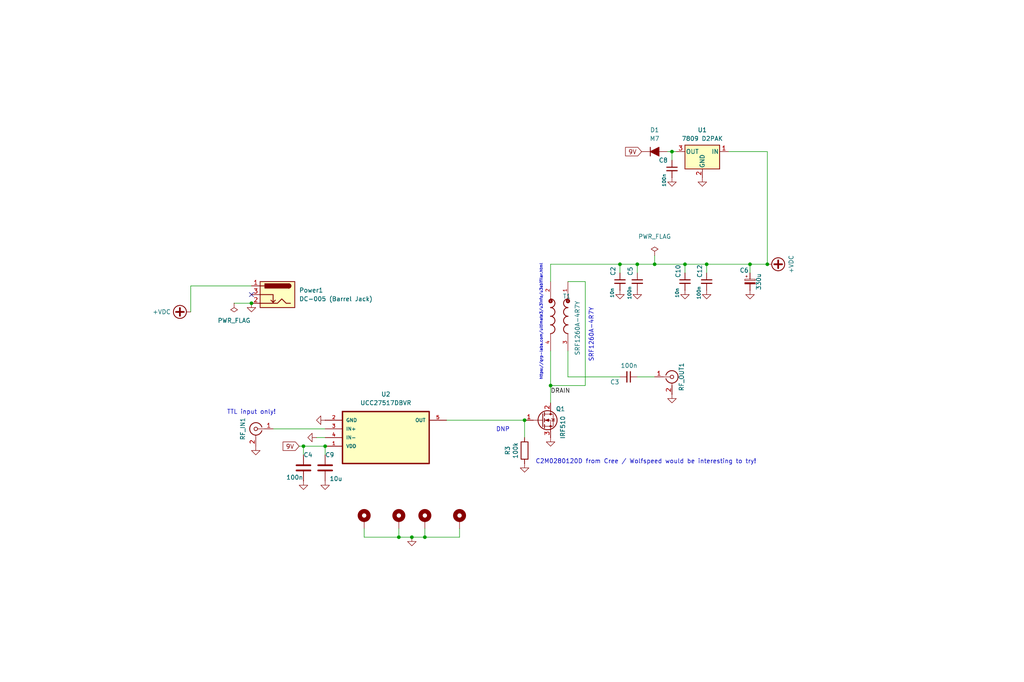
<source format=kicad_sch>
(kicad_sch (version 20240716) (generator "eeschema") (generator_version "8.99")
  (paper "User" 299.999 200)
  (title_block (title "IRFP-TO-247-Single-Ended Hack Amp (SMD)") (date "2024-07-09") (rev "v5.01") (company "Author: Dhiru Kholia (VU3CER), Rafał Rozestwiński, Brad (K1TE)"))
  (lib_symbols
    (symbol "Conn_Coaxial_1" (pin_names (offset 1.016) hide)
      (property "Reference" "J" (at 0.254 3.048 0))
      (property "Value" "Conn_Coaxial" (at 2.921 0 90))
      (symbol "Conn_Coaxial_1_0_1"
        (polyline (pts (xy -2.54 0) (xy -0.508 0)))
        (arc (start 1.778 0) (mid 0.222 -1.8079) (end -1.778 -0.508) (stroke (width 0.254)))
        (arc (start -1.778 0.508) (mid 0.2221 1.8084) (end 1.778 0) (stroke (width 0.254)))
        (circle (center 0 0) (radius 0.508) (stroke (width 0.2032)))
        (polyline (pts (xy 0 -2.54) (xy 0 -1.778)))
      )
      (symbol "Conn_Coaxial_1_1_1"
        (pin passive line (at -5.08 0 0) (length 2.54) (name "In") (number "1"))
        (pin passive line (at 0 -5.08 90) (length 2.54) (name "Ext") (number "2"))
      )
    )
    (symbol "Connector:Barrel_Jack_Switch" (pin_names hide)
      (property "Reference" "J" (at 0 5.334 0))
      (property "Value" "Barrel_Jack_Switch" (at 0 -5.08 0))
      (symbol "Barrel_Jack_Switch_0_1"
        (rectangle (start -5.08 3.81) (end 5.08 -3.81) (stroke (width 0.254)) (fill (type background)))
        (polyline (pts (xy -3.81 -2.54) (xy -2.54 -2.54) (xy -1.27 -1.27) (xy 0 -2.54) (xy 2.54 -2.54) (xy 5.08 -2.54)) (stroke (width 0.254)))
        (arc (start -3.302 1.905) (mid -3.9343 2.54) (end -3.302 3.175) (stroke (width 0.254)))
        (arc (start -3.302 1.905) (mid -3.9343 2.54) (end -3.302 3.175) (stroke (width 0.254)) (fill (type outline)))
        (polyline (pts (xy 1.27 -2.286) (xy 1.905 -1.651)) (stroke (width 0.254)))
        (rectangle (start 3.683 3.175) (end -3.302 1.905) (stroke (width 0.254)) (fill (type outline)))
        (polyline (pts (xy 5.08 2.54) (xy 3.81 2.54)) (stroke (width 0.254)))
        (polyline (pts (xy 5.08 0) (xy 1.27 0) (xy 1.27 -2.286) (xy 0.635 -1.651)) (stroke (width 0.254)))
      )
      (symbol "Barrel_Jack_Switch_1_1"
        (pin passive line (at 7.62 2.54 180) (length 2.54) (name "~") (number "1"))
        (pin passive line (at 7.62 0 180) (length 2.54) (name "~") (number "3"))
        (pin passive line (at 7.62 -2.54 180) (length 2.54) (name "~") (number "2"))
      )
    )
    (symbol "Connector:Conn_Coaxial" (pin_names (offset 1.016) hide)
      (property "Reference" "J" (at 0.254 3.048 0))
      (property "Value" "Conn_Coaxial" (at 2.921 0 90))
      (symbol "Conn_Coaxial_0_1"
        (polyline (pts (xy -2.54 0) (xy -0.508 0)))
        (arc (start 1.778 0) (mid 0.222 -1.8079) (end -1.778 -0.508) (stroke (width 0.254)))
        (arc (start -1.778 0.508) (mid 0.2221 1.8084) (end 1.778 0) (stroke (width 0.254)))
        (circle (center 0 0) (radius 0.508) (stroke (width 0.2032)))
        (polyline (pts (xy 0 -2.54) (xy 0 -1.778)))
      )
      (symbol "Conn_Coaxial_1_1"
        (pin passive line (at -5.08 0 0) (length 2.54) (name "In") (number "1"))
        (pin passive line (at 0 -5.08 90) (length 2.54) (name "Ext") (number "2"))
      )
    )
    (symbol "Device:C" (pin_numbers hide) (pin_names (offset 0.254))
      (property "Reference" "C" (at 0.635 2.54 0))
      (property "Value" "C" (at 0.635 -2.54 0))
      (symbol "C_0_1"
        (polyline (pts (xy -2.032 0.762) (xy 2.032 0.762)) (stroke (width 0.508)))
        (polyline (pts (xy -2.032 -0.762) (xy 2.032 -0.762)) (stroke (width 0.508)))
      )
      (symbol "C_1_1"
        (pin passive line (at 0 3.81 270) (length 2.794) (name "~") (number "1"))
        (pin passive line (at 0 -3.81 90) (length 2.794) (name "~") (number "2"))
      )
    )
    (symbol "Device:C_Polarized_Small" (pin_numbers hide) (pin_names (offset 0.254) hide)
      (property "Reference" "C" (at 0.254 1.778 0))
      (property "Value" "C_Polarized_Small" (at 0.254 -2.032 0))
      (symbol "C_Polarized_Small_0_1"
        (rectangle (start -1.524 0.6858) (end 1.524 0.3048))
        (rectangle (start -1.524 -0.3048) (end 1.524 -0.6858) (fill (type outline)))
        (polyline (pts (xy -1.27 1.524) (xy -0.762 1.524)))
        (polyline (pts (xy -1.016 1.27) (xy -1.016 1.778)))
      )
      (symbol "C_Polarized_Small_1_1"
        (pin passive line (at 0 2.54 270) (length 1.8542) (name "~") (number "1"))
        (pin passive line (at 0 -2.54 90) (length 1.8542) (name "~") (number "2"))
      )
    )
    (symbol "Device:C_Small" (pin_numbers hide) (pin_names (offset 0.254) hide)
      (property "Reference" "C" (at 0.254 1.778 0))
      (property "Value" "C_Small" (at 0.254 -2.032 0))
      (symbol "C_Small_0_1"
        (polyline (pts (xy -1.524 0.508) (xy 1.524 0.508)) (stroke (width 0.3048)))
        (polyline (pts (xy -1.524 -0.508) (xy 1.524 -0.508)) (stroke (width 0.3302)))
      )
      (symbol "C_Small_1_1"
        (pin passive line (at 0 2.54 270) (length 2.032) (name "~") (number "1"))
        (pin passive line (at 0 -2.54 90) (length 2.032) (name "~") (number "2"))
      )
    )
    (symbol "Device:R" (pin_numbers hide) (pin_names (offset 0))
      (property "Reference" "R" (at 2.032 0 90))
      (property "Value" "R" (at 0 0 90))
      (symbol "R_0_1"
        (rectangle (start -1.016 -2.54) (end 1.016 2.54) (stroke (width 0.254)))
      )
      (symbol "R_1_1"
        (pin passive line (at 0 3.81 270) (length 1.27) (name "~") (number "1"))
        (pin passive line (at 0 -3.81 90) (length 1.27) (name "~") (number "2"))
      )
    )
    (symbol "Mechanical:MountingHole_Pad" (pin_numbers hide) (pin_names (offset 1.016) hide)
      (property "Reference" "H" (at 0 6.35 0))
      (property "Value" "MountingHole_Pad" (at 0 4.445 0))
      (symbol "MountingHole_Pad_0_1"
        (circle (center 0 1.27) (radius 1.27) (stroke (width 1.27)))
      )
      (symbol "MountingHole_Pad_1_1"
        (pin input line (at 0 -2.54 90) (length 2.54) (name "1") (number "1"))
      )
    )
    (symbol "PCM_Diode_AKL:M7" (pin_numbers hide) (pin_names (offset 1.016) hide)
      (property "Reference" "D" (at 0 5.08 0))
      (property "Value" "M7" (at 0 2.54 0))
      (symbol "M7_0_1"
        (polyline (pts (xy -1.27 1.27) (xy -1.27 -1.27) (xy 1.27 0) (xy -1.27 1.27)) (stroke (width 0.254)) (fill (type outline)))
        (polyline (pts (xy -1.27 0) (xy 1.27 0)))
        (polyline (pts (xy 1.27 1.27) (xy 1.27 -1.27)) (stroke (width 0.254)))
      )
      (symbol "M7_1_1"
        (pin passive line (at -3.81 0 0) (length 2.54) (name "A") (number "2"))
        (pin passive line (at 3.81 0 180) (length 2.54) (name "K") (number "1"))
      )
    )
    (symbol "Regulator_Linear:L7812" (pin_names (offset 0.254))
      (property "Reference" "U" (at -3.81 3.175 0))
      (property "Value" "L7812" (at 0 3.175 0))
      (symbol "L7812_0_1"
        (rectangle (start -5.08 1.905) (end 5.08 -5.08) (stroke (width 0.254)) (fill (type background)))
      )
      (symbol "L7812_1_1"
        (pin power_in line (at -7.62 0 0) (length 2.54) (name "IN") (number "1"))
        (pin power_in line (at 0 -7.62 90) (length 2.54) (name "GND") (number "2"))
        (pin power_out line (at 7.62 0 180) (length 2.54) (name "OUT") (number "3"))
      )
    )
    (symbol "SRF1260A-4R7Y:SRF1260A-4R7Y" (pin_names (offset 1.016))
      (property "Reference" "L" (at -7.631 5.0873 0))
      (property "Value" "SRF1260A-4R7Y" (at -7.6349 -7.6349 0))
      (symbol "SRF1260A-4R7Y_0_0"
        (circle (center -4.445 2.54) (radius 0.127) (stroke (width 0.508)))
        (circle (center -4.445 -2.54) (radius 0.127) (stroke (width 0.508)))
        (arc (start -2.54 2.54) (mid -3.81 1.2755) (end -5.08 2.54) (stroke (width 0.254)))
        (arc (start -5.08 -2.54) (mid -3.81 -1.2755) (end -2.54 -2.54) (stroke (width 0.254)))
        (arc (start 0 2.54) (mid -1.27 1.2755) (end -2.54 2.54) (stroke (width 0.254)))
        (arc (start -2.54 -2.54) (mid -1.27 -1.2755) (end 0 -2.54) (stroke (width 0.254)))
        (arc (start 2.54 2.54) (mid 1.27 1.2755) (end 0 2.54) (stroke (width 0.254)))
        (arc (start 0 -2.54) (mid 1.27 -1.2755) (end 2.54 -2.54) (stroke (width 0.254)))
        (arc (start 5.08 2.54) (mid 3.81 1.2755) (end 2.54 2.54) (stroke (width 0.254)))
        (arc (start 2.54 -2.54) (mid 3.81 -1.2755) (end 5.08 -2.54) (stroke (width 0.254)))
        (pin passive line (at -10.16 2.54 0) (length 5.08) (name "~") (number "1"))
        (pin passive line (at -10.16 -2.54 0) (length 5.08) (name "~") (number "2"))
        (pin passive line (at 10.16 2.54 180) (length 5.08) (name "~") (number "3"))
        (pin passive line (at 10.16 -2.54 180) (length 5.08) (name "~") (number "4"))
      )
    )
    (symbol "Transistor_FET:IRF540N" (pin_names hide)
      (property "Reference" "Q" (at 5.08 1.905 0))
      (property "Value" "IRF540N" (at 5.08 0 0))
      (symbol "IRF540N_0_1"
        (polyline (pts (xy 0.254 1.905) (xy 0.254 -1.905)) (stroke (width 0.254)))
        (polyline (pts (xy 0.254 0) (xy -2.54 0)))
        (polyline (pts (xy 0.762 2.286) (xy 0.762 1.27)) (stroke (width 0.254)))
        (polyline (pts (xy 0.762 0.508) (xy 0.762 -0.508)) (stroke (width 0.254)))
        (polyline (pts (xy 0.762 -1.27) (xy 0.762 -2.286)) (stroke (width 0.254)))
        (polyline (pts (xy 0.762 -1.778) (xy 3.302 -1.778) (xy 3.302 1.778) (xy 0.762 1.778)))
        (polyline (pts (xy 1.016 0) (xy 2.032 0.381) (xy 2.032 -0.381) (xy 1.016 0)) (fill (type outline)))
        (circle (center 1.651 0) (radius 2.794) (stroke (width 0.254)))
        (polyline (pts (xy 2.54 2.54) (xy 2.54 1.778)))
        (circle (center 2.54 1.778) (radius 0.254) (fill (type outline)))
        (circle (center 2.54 -1.778) (radius 0.254) (fill (type outline)))
        (polyline (pts (xy 2.54 -2.54) (xy 2.54 0) (xy 0.762 0)))
        (polyline (pts (xy 2.794 0.508) (xy 2.921 0.381) (xy 3.683 0.381) (xy 3.81 0.254)))
        (polyline (pts (xy 3.302 0.381) (xy 2.921 -0.254) (xy 3.683 -0.254) (xy 3.302 0.381)))
      )
      (symbol "IRF540N_1_1"
        (pin input line (at -5.08 0 0) (length 2.54) (name "G") (number "1"))
        (pin passive line (at 2.54 5.08 270) (length 2.54) (name "D") (number "2"))
        (pin passive line (at 2.54 -5.08 90) (length 2.54) (name "S") (number "3"))
      )
    )
    (symbol "UCC27517DBVR:UCC27517DBVR" (pin_names (offset 1.016))
      (property "Reference" "U" (at -12.7 8.62 0))
      (property "Value" "UCC27517DBVR" (at -12.7 -11.62 0))
      (symbol "UCC27517DBVR_0_0"
        (rectangle (start -12.7 -7.62) (end 12.7 7.62) (stroke (width 0.41)) (fill (type background)))
        (pin input line (at -17.78 5.08 0) (length 5.08) (name "GND") (number "2"))
        (pin input line (at -17.78 2.54 0) (length 5.08) (name "IN+") (number "3"))
        (pin input line (at -17.78 0 0) (length 5.08) (name "IN-") (number "4"))
        (pin input line (at -17.78 -2.54 0) (length 5.08) (name "VDD") (number "1"))
        (pin output line (at 17.78 5.08 180) (length 5.08) (name "OUT") (number "5"))
      )
    )
    (symbol "power:+VDC" (power) (pin_numbers hide) (pin_names (offset 0) hide)
      (property "Value" "+VDC" (at 0 6.35 0))
      (symbol "+VDC_0_1"
        (polyline (pts (xy -1.143 3.175) (xy 1.143 3.175)) (stroke (width 0.508)))
        (circle (center 0 3.175) (radius 1.905) (stroke (width 0.254)))
        (polyline (pts (xy 0 2.032) (xy 0 4.318)) (stroke (width 0.508)))
        (polyline (pts (xy 0 0) (xy 0 1.27)))
      )
      (symbol "+VDC_1_1"
        (pin power_in line (at 0 0 90) (length 0) (name "~") (number "1"))
      )
    )
    (symbol "power:GND" (power) (pin_numbers hide) (pin_names (offset 0) hide)
      (property "Value" "GND" (at 0 -3.81 0))
      (symbol "GND_0_1"
        (polyline (pts (xy 0 0) (xy 0 -1.27) (xy 1.27 -1.27) (xy 0 -2.54) (xy -1.27 -1.27) (xy 0 -1.27)))
      )
      (symbol "GND_1_1"
        (pin power_in line (at 0 0 270) (length 0) (name "~") (number "1"))
      )
    )
    (symbol "power:PWR_FLAG" (power) (pin_numbers hide) (pin_names (offset 0) hide)
      (property "Value" "PWR_FLAG" (at 0 3.81 0))
      (symbol "PWR_FLAG_0_0"
        (pin power_out line (at 0 0 90) (length 0) (name "~") (number "1"))
      )
      (symbol "PWR_FLAG_0_1"
        (polyline (pts (xy 0 0) (xy 0 1.27) (xy -1.016 1.905) (xy 0 2.54) (xy 1.016 1.905) (xy 0 1.27)))
      )
    )
  )
  (text "DNP" (at 147.32 125.984 0) (effects (font (size 1.27 1.27))))
  (text "https://qrp-labs.com/ultimate3/u3info/u3sbifilar.html" (at 159.004 111.506 90) (effects (font (size 0.8 0.8)) (justify left bottom)))
  (text "SRF1260A-4R7Y" (at 173.99 106.172 90) (effects (font (size 1.27 1.27)) (justify left bottom)))
  (text "TTL input only!" (at 73.66 120.904 0) (effects (font (size 1.27 1.27))))
  (text "C2M0280120D from Cree / Wolfspeed would be interesting to try!" (at 189.23 135.382 0) (effects (font (size 1.27 1.27))))
  (junction (at 200.66 77.47))
  (junction (at 73.66 88.9))
  (junction (at 186.69 77.47))
  (junction (at 116.84 157.48))
  (junction (at 124.46 157.48))
  (junction (at 88.9 130.81))
  (junction (at 181.61 77.47))
  (junction (at 95.25 130.81))
  (junction (at 161.29 113.03))
  (junction (at 219.71 77.47))
  (junction (at 120.65 157.48))
  (junction (at 191.77 77.47))
  (junction (at 207.01 77.47))
  (junction (at 196.85 44.45))
  (junction (at 153.67 123.19))
  (junction (at 224.79 77.47))
  (no_connect (at 73.66 86.36))
  (wire (pts (xy 186.69 77.47) (xy 191.77 77.47)))
  (wire (pts (xy 134.62 157.48) (xy 134.62 154.94)))
  (wire (pts (xy 166.37 102.87) (xy 166.37 110.49)))
  (wire (pts (xy 153.67 128.27) (xy 153.67 123.19)))
  (wire (pts (xy 181.61 77.47) (xy 186.69 77.47)))
  (wire (pts (xy 55.88 83.82) (xy 55.88 91.44)))
  (wire (pts (xy 55.88 83.82) (xy 73.66 83.82)))
  (wire (pts (xy 186.69 110.49) (xy 191.77 110.49)))
  (wire (pts (xy 200.66 77.47) (xy 200.66 80.01)))
  (wire (pts (xy 80.01 125.73) (xy 95.25 125.73)))
  (wire (pts (xy 106.68 157.48) (xy 116.84 157.48)))
  (wire (pts (xy 219.71 77.47) (xy 219.71 80.01)))
  (wire (pts (xy 191.77 77.47) (xy 200.66 77.47)))
  (wire (pts (xy 224.79 44.45) (xy 224.79 77.47)))
  (wire (pts (xy 186.69 77.47) (xy 186.69 80.01)))
  (wire (pts (xy 130.81 123.19) (xy 153.67 123.19)))
  (wire (pts (xy 166.37 110.49) (xy 181.61 110.49)))
  (wire (pts (xy 116.84 154.94) (xy 116.84 157.48)))
  (wire (pts (xy 207.01 77.47) (xy 219.71 77.47)))
  (wire (pts (xy 166.37 82.55) (xy 171.45 82.55)))
  (wire (pts (xy 196.85 44.45) (xy 198.12 44.45)))
  (wire (pts (xy 161.29 102.87) (xy 161.29 113.03)))
  (wire (pts (xy 88.9 130.81) (xy 88.9 133.35)))
  (wire (pts (xy 106.68 154.94) (xy 106.68 157.48)))
  (wire (pts (xy 161.29 113.03) (xy 171.45 113.03)))
  (wire (pts (xy 207.01 77.47) (xy 207.01 80.01)))
  (wire (pts (xy 161.29 113.03) (xy 161.29 118.11)))
  (wire (pts (xy 68.58 88.9) (xy 73.66 88.9)))
  (wire (pts (xy 196.85 44.45) (xy 196.85 46.99)))
  (wire (pts (xy 87.63 130.81) (xy 88.9 130.81)))
  (wire (pts (xy 88.9 130.81) (xy 95.25 130.81)))
  (wire (pts (xy 120.65 157.48) (xy 124.46 157.48)))
  (wire (pts (xy 124.46 157.48) (xy 134.62 157.48)))
  (wire (pts (xy 191.77 74.93) (xy 191.77 77.47)))
  (wire (pts (xy 95.25 130.81) (xy 95.25 133.35)))
  (wire (pts (xy 161.29 77.47) (xy 181.61 77.47)))
  (wire (pts (xy 92.71 128.27) (xy 95.25 128.27)))
  (wire (pts (xy 181.61 77.47) (xy 181.61 80.01)))
  (wire (pts (xy 219.71 77.47) (xy 224.79 77.47)))
  (wire (pts (xy 116.84 157.48) (xy 120.65 157.48)))
  (wire (pts (xy 195.58 44.45) (xy 196.85 44.45)))
  (wire (pts (xy 200.66 77.47) (xy 207.01 77.47)))
  (wire (pts (xy 161.29 82.55) (xy 161.29 77.47)))
  (wire (pts (xy 171.45 82.55) (xy 171.45 113.03)))
  (wire (pts (xy 213.36 44.45) (xy 224.79 44.45)))
  (wire (pts (xy 124.46 154.94) (xy 124.46 157.48)))
  (label "DRAIN" (at 161.29 115.57 0))
  (global_label "9V" (shape input) (at 87.63 130.81 180) (property "Intersheetrefs" "${INTERSHEET_REFS}" (effects (hide yes))))
  (global_label "9V" (shape input) (at 187.96 44.45 180) (property "Intersheetrefs" "${INTERSHEET_REFS}" (effects (hide yes))))
  (symbol (lib_id "power:+VDC") (at 55.88 91.44 90) (unit 1)
    (property "Reference" "#PWR0110" (effects (hide yes)))
    (property "Value" "+VDC" (at 50.0634 91.44 90) (effects (justify left)))
    (property "Description" "Power symbol creates a global label with name \"+VDC\"" (effects (hide yes)))
  )
  (symbol (lib_id "power:GND") (at 186.69 85.09 0) (unit 1)
    (property "Reference" "#PWR012" (effects (hide yes)))
    (property "Value" "GND" (effects (hide yes)))
  )
  (symbol (lib_id "Device:C") (at 88.9 137.16 0) (unit 1)
    (property "Reference" "C4" (at 88.9 133.35 0) (effects (justify left)))
    (property "Value" "100n" (at 83.82 139.954 0) (effects (justify left)))
    (property "Footprint" "Capacitor_SMD:C_1206_3216Metric_Pad1.33x1.80mm_HandSolder" (effects (hide yes)))
    (property "LCSC Part" "C110255" (effects (hide yes)))
  )
  (symbol (lib_id "power:GND") (at 181.61 85.09 0) (unit 1)
    (property "Reference" "#PWR05" (effects (hide yes)))
    (property "Value" "GND" (effects (hide yes)))
  )
  (symbol (lib_id "power:+VDC") (at 224.79 77.47 270) (unit 1)
    (property "Reference" "#PWR018" (effects (hide yes)))
    (property "Value" "+VDC" (at 231.775 77.47 0))
    (property "Description" "Power symbol creates a global label with name \"+VDC\"" (effects (hide yes)))
  )
  (symbol (lib_id "Device:C_Small") (at 181.61 82.55 0) (unit 1)
    (property "Reference" "C2" (at 179.578 79.502 90))
    (property "Value" "10n" (at 179.324 85.852 90) (effects (font (size 0.9906 0.9906))))
    (property "Footprint" "Capacitor_SMD:C_1206_3216Metric_Pad1.33x1.80mm_HandSolder" (effects (hide yes)))
    (property "LCSC Part" "C24783" (effects (hide yes)))
  )
  (symbol (lib_id "Transistor_FET:IRF540N") (at 158.75 123.19 0) (unit 1)
    (property "Reference" "Q1" (at 162.814 119.888 0) (effects (justify left)))
    (property "Value" "IRF510" (at 164.8714 128.7018 90) (effects (justify left)))
    (property "Footprint" "footprints:TO-247-3_Horizontal_TabDown_Modded" (effects (hide yes)))
    (property "Datasheet" "http://www.irf.com/product-info/datasheets/data/irf540n.pdf" (effects (hide yes)))
    (property "Description" "33A Id, 100V Vds, HEXFET N-Channel MOSFET, TO-220" (effects (hide yes)))
  )
  (symbol (lib_id "power:GND") (at 207.01 85.09 0) (unit 1)
    (property "Reference" "#PWR017" (effects (hide yes)))
    (property "Value" "GND" (effects (hide yes)))
  )
  (symbol (lib_id "power:GND") (at 88.9 140.97 0) (unit 1)
    (property "Reference" "#PWR03" (effects (hide yes)))
    (property "Value" "GND" (effects (hide yes)))
    (property "Description" "Power symbol creates a global label with name \"GND\" , ground" (effects (hide yes)))
  )
  (symbol (lib_id "power:GND") (at 196.85 52.07 0) (unit 1)
    (property "Reference" "#PWR07" (effects (hide yes)))
    (property "Value" "GND" (effects (hide yes)))
    (property "Description" "Power symbol creates a global label with name \"GND\" , ground" (effects (hide yes)))
  )
  (symbol (lib_id "Regulator_Linear:L7812") (at 205.74 44.45 0) (mirror y) (unit 1)
    (property "Reference" "U1" (at 205.74 38.1 0))
    (property "Value" "7809 D2PAK" (at 205.74 40.64 0))
    (property "Footprint" "footprints:TO-263-2-bigger" (effects (hide yes)))
    (property "Datasheet" "http://www.st.com/content/ccc/resource/technical/document/datasheet/41/4f/b3/b0/12/d4/47/88/CD00000444.pdf/files/CD00000444.pdf/jcr:content/translations/en.CD00000444.pdf" (effects (hide yes)))
    (property "Description" "Positive 1.5A 35V Linear Regulator, Fixed Output 12V, TO-220/TO-263/TO-252" (effects (hide yes)))
    (property "LCSC Part" "C54614" (effects (hide yes)))
  )
  (symbol (lib_id "UCC27517DBVR:UCC27517DBVR") (at 113.03 128.27 0) (unit 1)
    (property "Reference" "U2" (at 113.03 115.57 0))
    (property "Value" "UCC27517DBVR" (at 113.03 118.11 0))
    (property "Footprint" "Package_TO_SOT_SMD:TSOT-23-5_HandSoldering" (effects (hide yes)))
    (property "Description" "4-A/4-A single-channel gate driver with 5-V UVLO and 13-ns prop delay in SOT-23 package" (effects (hide yes)))
    (property "MF" "Texas Instruments" (effects (hide yes)))
    (property "Package" "SOT-23-5 Texas Instruments" (effects (hide yes)))
    (property "Price" "None" (effects (hide yes)))
    (property "SnapEDA_Link" "https://www.snapeda.com/parts/UCC27517DBVR/Texas+Instruments/view-part/?ref=snap" (effects (hide yes)))
    (property "MP" "UCC27517DBVR" (effects (hide yes)))
    (property "Purchase-URL" "https://pricing.snapeda.com/search?q=UCC27517DBVR&ref=eda" (effects (hide yes)))
    (property "Availability" "In Stock" (effects (hide yes)))
    (property "Check_prices" "https://www.snapeda.com/parts/UCC27517DBVR/Texas+Instruments/view-part/?ref=eda" (effects (hide yes)))
    (property "Description_1" "\n4-A/4-A single-channel gate driver with 5-V UVLO and 13-ns prop delay in SOT-23 package\n" (effects (hide yes)))
    (property "LCSC Part" "C99395" (effects (hide yes)))
  )
  (symbol (lib_id "PCM_Diode_AKL:M7") (at 191.77 44.45 180) (unit 1)
    (property "Reference" "D1" (at 191.77 38.1 0))
    (property "Value" "M7" (at 191.77 40.64 0))
    (property "Footprint" "PCM_Diode_SMD_AKL:D_SMA" (effects (hide yes)))
    (property "Datasheet" "https://www.tme.eu/Document/0550e9bf27627c5cdfb653945cb570ca/m1-m7.pdf" (effects (hide yes)))
    (property "Description" "SMA Diode, Rectifier, 1000V, 1A, Alternate KiCad Library" (effects (hide yes)))
    (property "LCSC Part" "C111122" (effects (hide yes)))
  )
  (symbol (lib_id "power:GND") (at 196.85 115.57 0) (mirror y) (unit 1)
    (property "Reference" "#PWR04" (effects (hide yes)))
    (property "Value" "GND" (effects (hide yes)))
    (property "Description" "Power symbol creates a global label with name \"GND\" , ground" (effects (hide yes)))
  )
  (symbol (lib_id "power:GND") (at 73.66 88.9 0) (unit 1)
    (property "Reference" "#PWR019" (effects (hide yes)))
    (property "Value" "GND" (effects (hide yes)))
    (property "Description" "Power symbol creates a global label with name \"GND\" , ground" (effects (hide yes)))
  )
  (symbol (lib_name "Conn_Coaxial_1") (lib_id "Connector:Conn_Coaxial") (at 196.85 110.49 0) (unit 1)
    (property "Reference" "RF_OUT1" (at 199.644 110.49 90))
    (property "Value" "SMA" (effects (hide yes)))
    (property "Footprint" "Connector_Coaxial:SMA_Samtec_SMA-J-P-H-ST-EM1_EdgeMount" (effects (hide yes)))
    (property "Description" "coaxial connector (BNC, SMA, SMB, SMC, Cinch/RCA, LEMO, ...)" (effects (hide yes)))
  )
  (symbol (lib_id "power:GND") (at 95.25 140.97 0) (unit 1)
    (property "Reference" "#PWR011" (effects (hide yes)))
    (property "Value" "GND" (effects (hide yes)))
    (property "Description" "Power symbol creates a global label with name \"GND\" , ground" (effects (hide yes)))
  )
  (symbol (lib_id "Device:R") (at 153.67 132.08 0) (unit 1)
    (property "Reference" "R3" (at 148.6916 132.08 90))
    (property "Value" "100k" (at 151.003 132.08 90))
    (property "Footprint" "Resistor_SMD:R_1206_3216Metric_Pad1.30x1.75mm_HandSolder" (effects (hide yes)))
    (property "LCSC Part" "C17900" (effects (hide yes)))
  )
  (symbol (lib_id "power:GND") (at 74.93 130.81 0) (unit 1)
    (property "Reference" "#PWR08" (effects (hide yes)))
    (property "Value" "GND" (effects (hide yes)))
    (property "Description" "Power symbol creates a global label with name \"GND\" , ground" (effects (hide yes)))
  )
  (symbol (lib_id "Connector:Conn_Coaxial") (at 74.93 125.73 0) (mirror y) (unit 1)
    (property "Reference" "RF_IN1" (at 71.12 125.73 90))
    (property "Value" "SMA" (effects (hide yes)))
    (property "Footprint" "Connector_Coaxial:SMA_Samtec_SMA-J-P-H-ST-EM1_EdgeMount" (effects (hide yes)))
    (property "Description" "coaxial connector (BNC, SMA, SMB, SMC, Cinch/RCA, LEMO, ...)" (effects (hide yes)))
  )
  (symbol (lib_id "Device:C") (at 95.25 137.16 0) (unit 1)
    (property "Reference" "C9" (at 95.25 133.35 0) (effects (justify left)))
    (property "Value" "10u" (at 96.52 140.335 0) (effects (justify left)))
    (property "Footprint" "Capacitor_SMD:C_1206_3216Metric_Pad1.33x1.80mm_HandSolder" (effects (hide yes)))
    (property "LCSC Part" "C13585" (effects (hide yes)))
  )
  (symbol (lib_id "Mechanical:MountingHole_Pad") (at 124.46 152.4 0) (unit 1)
    (property "Reference" "H3" (effects (hide yes)))
    (property "Value" "MountingHole_Pad" (effects (hide yes)))
    (property "Footprint" "MountingHole:MountingHole_3.2mm_M3_Pad_Via" (effects (hide yes)))
  )
  (symbol (lib_id "Device:C_Polarized_Small") (at 219.71 82.55 0) (unit 1)
    (property "Reference" "C6" (at 216.662 79.248 0) (effects (justify left)))
    (property "Value" "330u" (at 222.25 85.09 90) (effects (justify left)))
    (property "Footprint" "Capacitor_THT:CP_Radial_D8.0mm_P5.00mm" (effects (hide yes)))
  )
  (symbol (lib_id "power:GND") (at 92.71 128.27 270) (unit 1)
    (property "Reference" "#PWR09" (effects (hide yes)))
    (property "Value" "GND" (effects (hide yes)))
    (property "Description" "Power symbol creates a global label with name \"GND\" , ground" (effects (hide yes)))
  )
  (symbol (lib_id "Mechanical:MountingHole_Pad") (at 116.84 152.4 0) (unit 1)
    (property "Reference" "H2" (effects (hide yes)))
    (property "Value" "MountingHole_Pad" (effects (hide yes)))
    (property "Footprint" "MountingHole:MountingHole_3.2mm_M3_Pad_Via" (effects (hide yes)))
  )
  (symbol (lib_id "power:PWR_FLAG") (at 191.77 74.93 0) (unit 1)
    (property "Reference" "#FLG01" (effects (hide yes)))
    (property "Value" "PWR_FLAG" (at 191.77 69.342 0))
  )
  (symbol (lib_id "Device:C_Small") (at 184.15 110.49 270) (unit 1)
    (property "Reference" "C3" (at 180.086 112.014 90))
    (property "Value" "100n" (at 184.277 107.188 90))
    (property "Footprint" "Capacitor_SMD:C_1206_3216Metric_Pad1.33x1.80mm_HandSolder" (effects (hide yes)))
    (property "LCSC Part" "C110255" (effects (hide yes)))
  )
  (symbol (lib_id "power:GND") (at 200.66 85.09 0) (unit 1)
    (property "Reference" "#PWR014" (effects (hide yes)))
    (property "Value" "GND" (effects (hide yes)))
  )
  (symbol (lib_id "SRF1260A-4R7Y:SRF1260A-4R7Y") (at 163.83 92.71 270) (unit 1)
    (property "Reference" "T1" (at 164.846 86.868 90) (effects (justify left)))
    (property "Value" "SRF1260A-4R7Y" (at 169.164 88.138 0) (effects (justify left)))
    (property "Footprint" "footprints:IND_SRF1260A-4R7Y-Longer-Pads" (effects (hide yes)))
    (property "MF" "Bourns" (effects (hide yes)))
    (property "MOUSER-PURCHASE-URL" "https://snapeda.com/shop?store=Mouser&id=1533338" (effects (hide yes)))
    (property "DESCRIPTION" "Shielded 2 Coil Inductor Array 27.2µH Inductance - Connected in Series 6.8µH Inductance - Connected in Parallel 18.6mOhm Max DC Resistance (DCR) - Parallel 6.64A Nonstandard" (effects (hide yes)))
    (property "PACKAGE" "Nonstandard Bourns" (effects (hide yes)))
    (property "PRICE" "None" (effects (hide yes)))
    (property "MP" "SRF1260A-6R8Y" (effects (hide yes)))
    (property "AVAILABILITY" "Warning" (effects (hide yes)))
    (property "LCSC Part" "C3273481" (effects (hide yes)))
  )
  (symbol (lib_id "power:GND") (at 120.65 157.48 0) (unit 1)
    (property "Reference" "#PWR01" (effects (hide yes)))
    (property "Value" "GND" (effects (hide yes)))
    (property "Description" "Power symbol creates a global label with name \"GND\" , ground" (effects (hide yes)))
  )
  (symbol (lib_id "power:GND") (at 95.25 123.19 270) (unit 1)
    (property "Reference" "#PWR010" (effects (hide yes)))
    (property "Value" "GND" (effects (hide yes)))
    (property "Description" "Power symbol creates a global label with name \"GND\" , ground" (effects (hide yes)))
  )
  (symbol (lib_id "power:PWR_FLAG") (at 68.58 88.9 180) (unit 1)
    (property "Reference" "#FLG03" (effects (hide yes)))
    (property "Value" "PWR_FLAG" (at 68.58 93.98 0))
    (property "Description" "Special symbol for telling ERC where power comes from" (effects (hide yes)))
  )
  (symbol (lib_id "power:GND") (at 161.29 128.27 0) (unit 1)
    (property "Reference" "#PWR015" (effects (hide yes)))
    (property "Value" "GND" (effects (hide yes)))
    (property "Description" "Power symbol creates a global label with name \"GND\" , ground" (effects (hide yes)))
  )
  (symbol (lib_id "power:GND") (at 219.71 85.09 0) (unit 1)
    (property "Reference" "#PWR013" (effects (hide yes)))
    (property "Value" "GND" (effects (hide yes)))
  )
  (symbol (lib_id "Mechanical:MountingHole_Pad") (at 134.62 152.4 0) (mirror y) (unit 1)
    (property "Reference" "H4" (effects (hide yes)))
    (property "Value" "MountingHole_Pad" (effects (hide yes)))
    (property "Footprint" "MountingHole:MountingHole_3.2mm_M3_Pad_Via" (effects (hide yes)))
  )
  (symbol (lib_id "Connector:Barrel_Jack_Switch") (at 81.28 86.36 0) (mirror y) (unit 1)
    (property "Reference" "Power1" (at 87.63 85.0899 0) (effects (justify right)))
    (property "Value" "DC-005 (Barrel Jack)" (at 87.63 87.6299 0) (effects (justify right)))
    (property "Footprint" "footprints:XKB_DC-005-5A-2.0_Modded" (effects (hide yes)))
  )
  (symbol (lib_id "power:GND") (at 205.74 52.07 0) (unit 1)
    (property "Reference" "#PWR06" (effects (hide yes)))
    (property "Value" "GND" (effects (hide yes)))
    (property "Description" "Power symbol creates a global label with name \"GND\" , ground" (effects (hide yes)))
  )
  (symbol (lib_id "Device:C_Small") (at 196.85 49.53 0) (unit 1)
    (property "Reference" "C8" (at 194.31 46.99 0))
    (property "Value" "100n" (at 194.564 52.832 90) (effects (font (size 0.9906 0.9906))))
    (property "Footprint" "Capacitor_SMD:C_1206_3216Metric_Pad1.33x1.80mm_HandSolder" (effects (hide yes)))
    (property "LCSC Part" "C110255" (effects (hide yes)))
  )
  (symbol (lib_id "Device:C_Small") (at 186.69 82.55 0) (unit 1)
    (property "Reference" "C5" (at 184.658 79.502 90))
    (property "Value" "100n" (at 184.404 85.852 90) (effects (font (size 0.9906 0.9906))))
    (property "Footprint" "Capacitor_SMD:C_1206_3216Metric_Pad1.33x1.80mm_HandSolder" (effects (hide yes)))
    (property "LCSC Part" "C55077" (effects (hide yes)))
  )
  (symbol (lib_id "power:GND") (at 153.67 135.89 0) (unit 1)
    (property "Reference" "#PWR016" (effects (hide yes)))
    (property "Value" "GND" (effects (hide yes)))
    (property "Description" "Power symbol creates a global label with name \"GND\" , ground" (effects (hide yes)))
  )
  (symbol (lib_id "Device:C_Small") (at 207.01 82.55 0) (unit 1)
    (property "Reference" "C12" (at 204.978 79.502 90))
    (property "Value" "100n" (at 204.724 85.852 90) (effects (font (size 0.9906 0.9906))))
    (property "Footprint" "Capacitor_SMD:C_1206_3216Metric_Pad1.33x1.80mm_HandSolder" (effects (hide yes)))
    (property "LCSC Part" "C55077" (effects (hide yes)))
  )
  (symbol (lib_id "Mechanical:MountingHole_Pad") (at 106.68 152.4 0) (unit 1)
    (property "Reference" "H1" (effects (hide yes)))
    (property "Value" "MountingHole_Pad" (effects (hide yes)))
    (property "Footprint" "MountingHole:MountingHole_3.2mm_M3_Pad_Via" (effects (hide yes)))
  )
  (symbol (lib_id "Device:C_Small") (at 200.66 82.55 0) (unit 1)
    (property "Reference" "C10" (at 198.628 79.502 90))
    (property "Value" "10n" (at 198.374 85.852 90) (effects (font (size 0.9906 0.9906))))
    (property "Footprint" "Capacitor_SMD:C_1206_3216Metric_Pad1.33x1.80mm_HandSolder" (effects (hide yes)))
    (property "LCSC Part" "C24783" (effects (hide yes)))
  )
)
</source>
